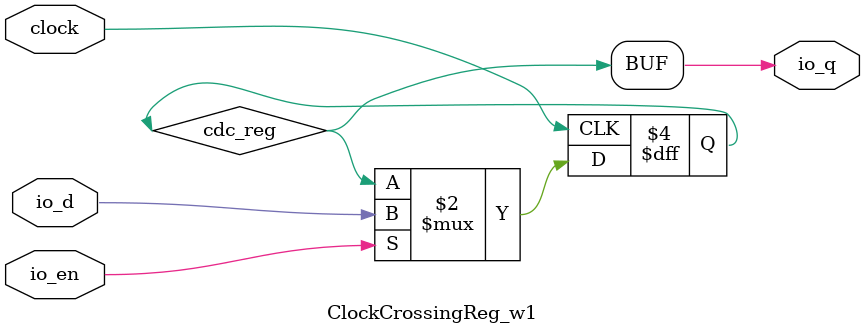
<source format=sv>
`ifndef RANDOMIZE
  `ifdef RANDOMIZE_MEM_INIT
    `define RANDOMIZE
  `endif // RANDOMIZE_MEM_INIT
`endif // not def RANDOMIZE
`ifndef RANDOMIZE
  `ifdef RANDOMIZE_REG_INIT
    `define RANDOMIZE
  `endif // RANDOMIZE_REG_INIT
`endif // not def RANDOMIZE

`ifndef RANDOM
  `define RANDOM $random
`endif // not def RANDOM

// Users can define INIT_RANDOM as general code that gets injected into the
// initializer block for modules with registers.
`ifndef INIT_RANDOM
  `define INIT_RANDOM
`endif // not def INIT_RANDOM

// If using random initialization, you can also define RANDOMIZE_DELAY to
// customize the delay used, otherwise 0.002 is used.
`ifndef RANDOMIZE_DELAY
  `define RANDOMIZE_DELAY 0.002
`endif // not def RANDOMIZE_DELAY

// Define INIT_RANDOM_PROLOG_ for use in our modules below.
`ifndef INIT_RANDOM_PROLOG_
  `ifdef RANDOMIZE
    `ifdef VERILATOR
      `define INIT_RANDOM_PROLOG_ `INIT_RANDOM
    `else  // VERILATOR
      `define INIT_RANDOM_PROLOG_ `INIT_RANDOM #`RANDOMIZE_DELAY begin end
    `endif // VERILATOR
  `else  // RANDOMIZE
    `define INIT_RANDOM_PROLOG_
  `endif // RANDOMIZE
`endif // not def INIT_RANDOM_PROLOG_

// Include register initializers in init blocks unless synthesis is set
`ifndef SYNTHESIS
  `ifndef ENABLE_INITIAL_REG_
    `define ENABLE_INITIAL_REG_
  `endif // not def ENABLE_INITIAL_REG_
`endif // not def SYNTHESIS

// Include rmemory initializers in init blocks unless synthesis is set
`ifndef SYNTHESIS
  `ifndef ENABLE_INITIAL_MEM_
    `define ENABLE_INITIAL_MEM_
  `endif // not def ENABLE_INITIAL_MEM_
`endif // not def SYNTHESIS

// Standard header to adapt well known macros for prints and assertions.

// Users can define 'PRINTF_COND' to add an extra gate to prints.
`ifndef PRINTF_COND_
  `ifdef PRINTF_COND
    `define PRINTF_COND_ (`PRINTF_COND)
  `else  // PRINTF_COND
    `define PRINTF_COND_ 1
  `endif // PRINTF_COND
`endif // not def PRINTF_COND_

// Users can define 'ASSERT_VERBOSE_COND' to add an extra gate to assert error printing.
`ifndef ASSERT_VERBOSE_COND_
  `ifdef ASSERT_VERBOSE_COND
    `define ASSERT_VERBOSE_COND_ (`ASSERT_VERBOSE_COND)
  `else  // ASSERT_VERBOSE_COND
    `define ASSERT_VERBOSE_COND_ 1
  `endif // ASSERT_VERBOSE_COND
`endif // not def ASSERT_VERBOSE_COND_

// Users can define 'STOP_COND' to add an extra gate to stop conditions.
`ifndef STOP_COND_
  `ifdef STOP_COND
    `define STOP_COND_ (`STOP_COND)
  `else  // STOP_COND
    `define STOP_COND_ 1
  `endif // STOP_COND
`endif // not def STOP_COND_

module ClockCrossingReg_w1(
  input  clock,
  input  io_d,	// @[generators/rocket-chip/src/main/scala/util/SynchronizerReg.scala:195:14]
  output io_q,	// @[generators/rocket-chip/src/main/scala/util/SynchronizerReg.scala:195:14]
  input  io_en	// @[generators/rocket-chip/src/main/scala/util/SynchronizerReg.scala:195:14]
);

  reg cdc_reg;	// @[generators/rocket-chip/src/main/scala/util/SynchronizerReg.scala:201:76]
  always @(posedge clock) begin
    if (io_en)	// @[generators/rocket-chip/src/main/scala/util/SynchronizerReg.scala:195:14]
      cdc_reg <= io_d;	// @[generators/rocket-chip/src/main/scala/util/SynchronizerReg.scala:201:76]
  end // always @(posedge)
  `ifdef ENABLE_INITIAL_REG_
    `ifdef FIRRTL_BEFORE_INITIAL
      `FIRRTL_BEFORE_INITIAL
    `endif // FIRRTL_BEFORE_INITIAL
    logic [31:0] _RANDOM[0:0];
    initial begin
      `ifdef INIT_RANDOM_PROLOG_
        `INIT_RANDOM_PROLOG_
      `endif // INIT_RANDOM_PROLOG_
      `ifdef RANDOMIZE_REG_INIT
        _RANDOM[/*Zero width*/ 1'b0] = `RANDOM;
        cdc_reg = _RANDOM[/*Zero width*/ 1'b0][0];	// @[generators/rocket-chip/src/main/scala/util/SynchronizerReg.scala:201:76]
      `endif // RANDOMIZE_REG_INIT
    end // initial
    `ifdef FIRRTL_AFTER_INITIAL
      `FIRRTL_AFTER_INITIAL
    `endif // FIRRTL_AFTER_INITIAL
  `endif // ENABLE_INITIAL_REG_
  assign io_q = cdc_reg;	// @[generators/rocket-chip/src/main/scala/util/SynchronizerReg.scala:201:76]
endmodule


</source>
